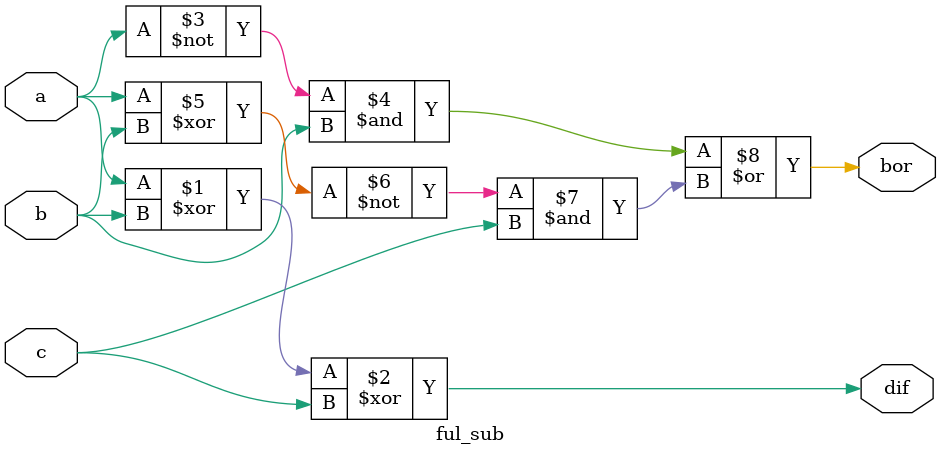
<source format=sv>
/*module full_sub(diff,bor,a,b,c);
  output diff, bor;
  input a,b,c;
  wire w1,w2,w3;
  
  xor x1(w1,a,b);
  xor x2(diff,w1,c);
  xnor x3(w2,a,b);
  and a1(w3,w2,c);
  and a2(w4,~a,b);
  or r1(bor,w3,w4);
  
endmodule*/


module ful_sub(dif,bor,a,b,c);
  output dif,bor;
  input a,b,c;
  
  assign dif = a^b^c;
  assign bor = ~a&b | ~(a^b)&c;
 // assign bor = ~a
  
endmodule
  
</source>
